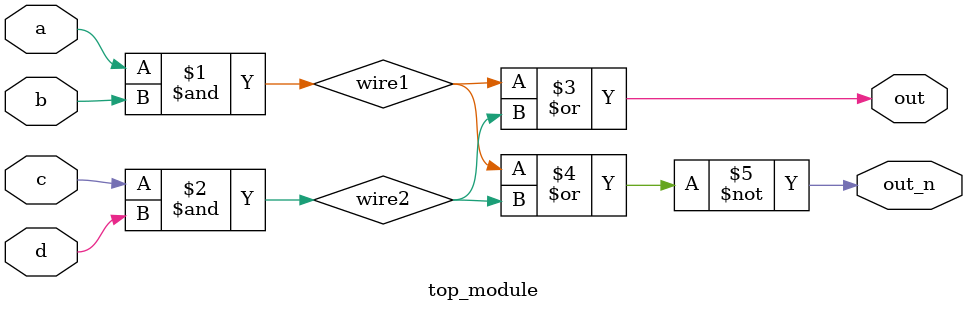
<source format=v>
`default_nettype none
module top_module(
    input a,
    input b,
    input c,
    input d,
    output out,
    output out_n
); 
    
    wire wire1, wire2;
    assign wire1 = a & b;
    assign wire2 = c & d;
    assign out = wire1 | wire2;
    assign out_n = ~(wire1 | wire2);

endmodule
</source>
